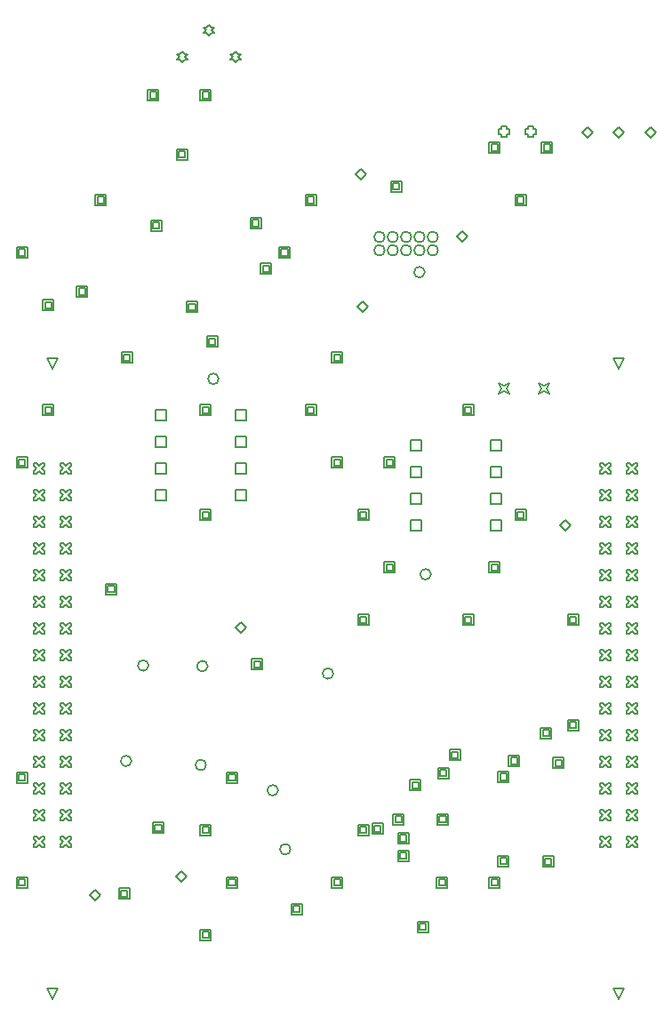
<source format=gbr>
G04 Layer_Color=2752767*
%FSLAX26Y26*%
%MOIN*%
%TF.FileFunction,Drawing*%
%TF.Part,Single*%
G01*
G75*
%TA.AperFunction,NonConductor*%
%ADD59C,0.005000*%
%ADD109C,0.006667*%
D59*
X-939000Y-663002D02*
Y-623002D01*
X-899000D01*
Y-663002D01*
X-939000D01*
Y-763002D02*
Y-723002D01*
X-899000D01*
Y-763002D01*
X-939000D01*
Y-863002D02*
Y-823002D01*
X-899000D01*
Y-863002D01*
X-939000D01*
Y-963002D02*
Y-923002D01*
X-899000D01*
Y-963002D01*
X-939000D01*
X-639000Y-663002D02*
Y-623002D01*
X-599000D01*
Y-663002D01*
X-639000D01*
Y-763002D02*
Y-723002D01*
X-599000D01*
Y-763002D01*
X-639000D01*
Y-863002D02*
Y-823002D01*
X-599000D01*
Y-863002D01*
X-639000D01*
Y-963002D02*
Y-923002D01*
X-599000D01*
Y-963002D01*
X-639000D01*
X798464Y-470316D02*
X778464Y-430316D01*
X818464D01*
X798464Y-470316D01*
X-1327520D02*
X-1347520Y-430316D01*
X-1307520D01*
X-1327520Y-470316D01*
X798464Y-2832522D02*
X778464Y-2792522D01*
X818464D01*
X798464Y-2832522D01*
X-1327520D02*
X-1347520Y-2792522D01*
X-1307520D01*
X-1327520Y-2832522D01*
X315716Y-1077592D02*
Y-1037592D01*
X355716D01*
Y-1077592D01*
X315716D01*
Y-977592D02*
Y-937592D01*
X355716D01*
Y-977592D01*
X315716D01*
Y-877592D02*
Y-837592D01*
X355716D01*
Y-877592D01*
X315716D01*
Y-777592D02*
Y-737592D01*
X355716D01*
Y-777592D01*
X315716D01*
X15716Y-1077592D02*
Y-1037592D01*
X55716D01*
Y-1077592D01*
X15716D01*
Y-977592D02*
Y-937592D01*
X55716D01*
Y-977592D01*
X15716D01*
Y-877592D02*
Y-837592D01*
X55716D01*
Y-877592D01*
X15716D01*
Y-777592D02*
Y-737592D01*
X55716D01*
Y-777592D01*
X15716D01*
X-741000Y778998D02*
X-731000Y788998D01*
X-721000D01*
X-731000Y798998D01*
X-721000Y808998D01*
X-731000D01*
X-741000Y818998D01*
X-751000Y808998D01*
X-761000D01*
X-751000Y798998D01*
X-761000Y788998D01*
X-751000D01*
X-741000Y778998D01*
X-641000Y678998D02*
X-631000Y688998D01*
X-621000D01*
X-631000Y698998D01*
X-621000Y708998D01*
X-631000D01*
X-641000Y718998D01*
X-651000Y708998D01*
X-661000D01*
X-651000Y698998D01*
X-661000Y688998D01*
X-651000D01*
X-641000Y678998D01*
X-841000D02*
X-831000Y688998D01*
X-821000D01*
X-831000Y698998D01*
X-821000Y708998D01*
X-831000D01*
X-841000Y718998D01*
X-851000Y708998D01*
X-861000D01*
X-851000Y698998D01*
X-861000Y688998D01*
X-851000D01*
X-841000Y678998D01*
X346536Y-563900D02*
X356536Y-543900D01*
X346536Y-523900D01*
X366536Y-533900D01*
X386536Y-523900D01*
X376536Y-543900D01*
X386536Y-563900D01*
X366536Y-553900D01*
X346536Y-563900D01*
X496142D02*
X506142Y-543900D01*
X496142Y-523900D01*
X516142Y-533900D01*
X536142Y-523900D01*
X526142Y-543900D01*
X536142Y-563900D01*
X516142Y-553900D01*
X496142Y-563900D01*
X357000Y409998D02*
Y399998D01*
X377000D01*
Y409998D01*
X387000D01*
Y429998D01*
X377000D01*
Y439998D01*
X357000D01*
Y429998D01*
X347000D01*
Y409998D01*
X357000D01*
X457000D02*
Y399998D01*
X477000D01*
Y409998D01*
X487000D01*
Y429998D01*
X477000D01*
Y439998D01*
X457000D01*
Y429998D01*
X447000D01*
Y409998D01*
X457000D01*
X-1297520Y-2264018D02*
X-1287520D01*
X-1277520Y-2254018D01*
X-1267520Y-2264018D01*
X-1257520D01*
Y-2254018D01*
X-1267520Y-2244018D01*
X-1257520Y-2234018D01*
Y-2224018D01*
X-1267520D01*
X-1277520Y-2234018D01*
X-1287520Y-2224018D01*
X-1297520D01*
Y-2234018D01*
X-1287520Y-2244018D01*
X-1297520Y-2254018D01*
Y-2264018D01*
Y-2164018D02*
X-1287520D01*
X-1277520Y-2154018D01*
X-1267520Y-2164018D01*
X-1257520D01*
Y-2154018D01*
X-1267520Y-2144018D01*
X-1257520Y-2134018D01*
Y-2124018D01*
X-1267520D01*
X-1277520Y-2134018D01*
X-1287520Y-2124018D01*
X-1297520D01*
Y-2134018D01*
X-1287520Y-2144018D01*
X-1297520Y-2154018D01*
Y-2164018D01*
Y-2064018D02*
X-1287520D01*
X-1277520Y-2054018D01*
X-1267520Y-2064018D01*
X-1257520D01*
Y-2054018D01*
X-1267520Y-2044018D01*
X-1257520Y-2034018D01*
Y-2024018D01*
X-1267520D01*
X-1277520Y-2034018D01*
X-1287520Y-2024018D01*
X-1297520D01*
Y-2034018D01*
X-1287520Y-2044018D01*
X-1297520Y-2054018D01*
Y-2064018D01*
Y-1964018D02*
X-1287520D01*
X-1277520Y-1954018D01*
X-1267520Y-1964018D01*
X-1257520D01*
Y-1954018D01*
X-1267520Y-1944018D01*
X-1257520Y-1934018D01*
Y-1924018D01*
X-1267520D01*
X-1277520Y-1934018D01*
X-1287520Y-1924018D01*
X-1297520D01*
Y-1934018D01*
X-1287520Y-1944018D01*
X-1297520Y-1954018D01*
Y-1964018D01*
Y-1864018D02*
X-1287520D01*
X-1277520Y-1854018D01*
X-1267520Y-1864018D01*
X-1257520D01*
Y-1854018D01*
X-1267520Y-1844018D01*
X-1257520Y-1834018D01*
Y-1824018D01*
X-1267520D01*
X-1277520Y-1834018D01*
X-1287520Y-1824018D01*
X-1297520D01*
Y-1834018D01*
X-1287520Y-1844018D01*
X-1297520Y-1854018D01*
Y-1864018D01*
Y-1764018D02*
X-1287520D01*
X-1277520Y-1754018D01*
X-1267520Y-1764018D01*
X-1257520D01*
Y-1754018D01*
X-1267520Y-1744018D01*
X-1257520Y-1734018D01*
Y-1724018D01*
X-1267520D01*
X-1277520Y-1734018D01*
X-1287520Y-1724018D01*
X-1297520D01*
Y-1734018D01*
X-1287520Y-1744018D01*
X-1297520Y-1754018D01*
Y-1764018D01*
Y-1664018D02*
X-1287520D01*
X-1277520Y-1654018D01*
X-1267520Y-1664018D01*
X-1257520D01*
Y-1654018D01*
X-1267520Y-1644018D01*
X-1257520Y-1634018D01*
Y-1624018D01*
X-1267520D01*
X-1277520Y-1634018D01*
X-1287520Y-1624018D01*
X-1297520D01*
Y-1634018D01*
X-1287520Y-1644018D01*
X-1297520Y-1654018D01*
Y-1664018D01*
Y-1564018D02*
X-1287520D01*
X-1277520Y-1554018D01*
X-1267520Y-1564018D01*
X-1257520D01*
Y-1554018D01*
X-1267520Y-1544018D01*
X-1257520Y-1534018D01*
Y-1524018D01*
X-1267520D01*
X-1277520Y-1534018D01*
X-1287520Y-1524018D01*
X-1297520D01*
Y-1534018D01*
X-1287520Y-1544018D01*
X-1297520Y-1554018D01*
Y-1564018D01*
Y-1464018D02*
X-1287520D01*
X-1277520Y-1454018D01*
X-1267520Y-1464018D01*
X-1257520D01*
Y-1454018D01*
X-1267520Y-1444018D01*
X-1257520Y-1434018D01*
Y-1424018D01*
X-1267520D01*
X-1277520Y-1434018D01*
X-1287520Y-1424018D01*
X-1297520D01*
Y-1434018D01*
X-1287520Y-1444018D01*
X-1297520Y-1454018D01*
Y-1464018D01*
Y-1364018D02*
X-1287520D01*
X-1277520Y-1354018D01*
X-1267520Y-1364018D01*
X-1257520D01*
Y-1354018D01*
X-1267520Y-1344018D01*
X-1257520Y-1334018D01*
Y-1324018D01*
X-1267520D01*
X-1277520Y-1334018D01*
X-1287520Y-1324018D01*
X-1297520D01*
Y-1334018D01*
X-1287520Y-1344018D01*
X-1297520Y-1354018D01*
Y-1364018D01*
Y-1264018D02*
X-1287520D01*
X-1277520Y-1254018D01*
X-1267520Y-1264018D01*
X-1257520D01*
Y-1254018D01*
X-1267520Y-1244018D01*
X-1257520Y-1234018D01*
Y-1224018D01*
X-1267520D01*
X-1277520Y-1234018D01*
X-1287520Y-1224018D01*
X-1297520D01*
Y-1234018D01*
X-1287520Y-1244018D01*
X-1297520Y-1254018D01*
Y-1264018D01*
Y-1164018D02*
X-1287520D01*
X-1277520Y-1154018D01*
X-1267520Y-1164018D01*
X-1257520D01*
Y-1154018D01*
X-1267520Y-1144018D01*
X-1257520Y-1134018D01*
Y-1124018D01*
X-1267520D01*
X-1277520Y-1134018D01*
X-1287520Y-1124018D01*
X-1297520D01*
Y-1134018D01*
X-1287520Y-1144018D01*
X-1297520Y-1154018D01*
Y-1164018D01*
Y-1064018D02*
X-1287520D01*
X-1277520Y-1054018D01*
X-1267520Y-1064018D01*
X-1257520D01*
Y-1054018D01*
X-1267520Y-1044018D01*
X-1257520Y-1034018D01*
Y-1024018D01*
X-1267520D01*
X-1277520Y-1034018D01*
X-1287520Y-1024018D01*
X-1297520D01*
Y-1034018D01*
X-1287520Y-1044018D01*
X-1297520Y-1054018D01*
Y-1064018D01*
Y-964018D02*
X-1287520D01*
X-1277520Y-954018D01*
X-1267520Y-964018D01*
X-1257520D01*
Y-954018D01*
X-1267520Y-944018D01*
X-1257520Y-934018D01*
Y-924018D01*
X-1267520D01*
X-1277520Y-934018D01*
X-1287520Y-924018D01*
X-1297520D01*
Y-934018D01*
X-1287520Y-944018D01*
X-1297520Y-954018D01*
Y-964018D01*
Y-864018D02*
X-1287520D01*
X-1277520Y-854018D01*
X-1267520Y-864018D01*
X-1257520D01*
Y-854018D01*
X-1267520Y-844018D01*
X-1257520Y-834018D01*
Y-824018D01*
X-1267520D01*
X-1277520Y-834018D01*
X-1287520Y-824018D01*
X-1297520D01*
Y-834018D01*
X-1287520Y-844018D01*
X-1297520Y-854018D01*
Y-864018D01*
X-1397520Y-2264018D02*
X-1387520D01*
X-1377520Y-2254018D01*
X-1367520Y-2264018D01*
X-1357520D01*
Y-2254018D01*
X-1367520Y-2244018D01*
X-1357520Y-2234018D01*
Y-2224018D01*
X-1367520D01*
X-1377520Y-2234018D01*
X-1387520Y-2224018D01*
X-1397520D01*
Y-2234018D01*
X-1387520Y-2244018D01*
X-1397520Y-2254018D01*
Y-2264018D01*
Y-2164018D02*
X-1387520D01*
X-1377520Y-2154018D01*
X-1367520Y-2164018D01*
X-1357520D01*
Y-2154018D01*
X-1367520Y-2144018D01*
X-1357520Y-2134018D01*
Y-2124018D01*
X-1367520D01*
X-1377520Y-2134018D01*
X-1387520Y-2124018D01*
X-1397520D01*
Y-2134018D01*
X-1387520Y-2144018D01*
X-1397520Y-2154018D01*
Y-2164018D01*
Y-2064018D02*
X-1387520D01*
X-1377520Y-2054018D01*
X-1367520Y-2064018D01*
X-1357520D01*
Y-2054018D01*
X-1367520Y-2044018D01*
X-1357520Y-2034018D01*
Y-2024018D01*
X-1367520D01*
X-1377520Y-2034018D01*
X-1387520Y-2024018D01*
X-1397520D01*
Y-2034018D01*
X-1387520Y-2044018D01*
X-1397520Y-2054018D01*
Y-2064018D01*
Y-1964018D02*
X-1387520D01*
X-1377520Y-1954018D01*
X-1367520Y-1964018D01*
X-1357520D01*
Y-1954018D01*
X-1367520Y-1944018D01*
X-1357520Y-1934018D01*
Y-1924018D01*
X-1367520D01*
X-1377520Y-1934018D01*
X-1387520Y-1924018D01*
X-1397520D01*
Y-1934018D01*
X-1387520Y-1944018D01*
X-1397520Y-1954018D01*
Y-1964018D01*
Y-1864018D02*
X-1387520D01*
X-1377520Y-1854018D01*
X-1367520Y-1864018D01*
X-1357520D01*
Y-1854018D01*
X-1367520Y-1844018D01*
X-1357520Y-1834018D01*
Y-1824018D01*
X-1367520D01*
X-1377520Y-1834018D01*
X-1387520Y-1824018D01*
X-1397520D01*
Y-1834018D01*
X-1387520Y-1844018D01*
X-1397520Y-1854018D01*
Y-1864018D01*
Y-1764018D02*
X-1387520D01*
X-1377520Y-1754018D01*
X-1367520Y-1764018D01*
X-1357520D01*
Y-1754018D01*
X-1367520Y-1744018D01*
X-1357520Y-1734018D01*
Y-1724018D01*
X-1367520D01*
X-1377520Y-1734018D01*
X-1387520Y-1724018D01*
X-1397520D01*
Y-1734018D01*
X-1387520Y-1744018D01*
X-1397520Y-1754018D01*
Y-1764018D01*
Y-1664018D02*
X-1387520D01*
X-1377520Y-1654018D01*
X-1367520Y-1664018D01*
X-1357520D01*
Y-1654018D01*
X-1367520Y-1644018D01*
X-1357520Y-1634018D01*
Y-1624018D01*
X-1367520D01*
X-1377520Y-1634018D01*
X-1387520Y-1624018D01*
X-1397520D01*
Y-1634018D01*
X-1387520Y-1644018D01*
X-1397520Y-1654018D01*
Y-1664018D01*
Y-1564018D02*
X-1387520D01*
X-1377520Y-1554018D01*
X-1367520Y-1564018D01*
X-1357520D01*
Y-1554018D01*
X-1367520Y-1544018D01*
X-1357520Y-1534018D01*
Y-1524018D01*
X-1367520D01*
X-1377520Y-1534018D01*
X-1387520Y-1524018D01*
X-1397520D01*
Y-1534018D01*
X-1387520Y-1544018D01*
X-1397520Y-1554018D01*
Y-1564018D01*
Y-1464018D02*
X-1387520D01*
X-1377520Y-1454018D01*
X-1367520Y-1464018D01*
X-1357520D01*
Y-1454018D01*
X-1367520Y-1444018D01*
X-1357520Y-1434018D01*
Y-1424018D01*
X-1367520D01*
X-1377520Y-1434018D01*
X-1387520Y-1424018D01*
X-1397520D01*
Y-1434018D01*
X-1387520Y-1444018D01*
X-1397520Y-1454018D01*
Y-1464018D01*
Y-1364018D02*
X-1387520D01*
X-1377520Y-1354018D01*
X-1367520Y-1364018D01*
X-1357520D01*
Y-1354018D01*
X-1367520Y-1344018D01*
X-1357520Y-1334018D01*
Y-1324018D01*
X-1367520D01*
X-1377520Y-1334018D01*
X-1387520Y-1324018D01*
X-1397520D01*
Y-1334018D01*
X-1387520Y-1344018D01*
X-1397520Y-1354018D01*
Y-1364018D01*
Y-1264018D02*
X-1387520D01*
X-1377520Y-1254018D01*
X-1367520Y-1264018D01*
X-1357520D01*
Y-1254018D01*
X-1367520Y-1244018D01*
X-1357520Y-1234018D01*
Y-1224018D01*
X-1367520D01*
X-1377520Y-1234018D01*
X-1387520Y-1224018D01*
X-1397520D01*
Y-1234018D01*
X-1387520Y-1244018D01*
X-1397520Y-1254018D01*
Y-1264018D01*
Y-1164018D02*
X-1387520D01*
X-1377520Y-1154018D01*
X-1367520Y-1164018D01*
X-1357520D01*
Y-1154018D01*
X-1367520Y-1144018D01*
X-1357520Y-1134018D01*
Y-1124018D01*
X-1367520D01*
X-1377520Y-1134018D01*
X-1387520Y-1124018D01*
X-1397520D01*
Y-1134018D01*
X-1387520Y-1144018D01*
X-1397520Y-1154018D01*
Y-1164018D01*
Y-1064018D02*
X-1387520D01*
X-1377520Y-1054018D01*
X-1367520Y-1064018D01*
X-1357520D01*
Y-1054018D01*
X-1367520Y-1044018D01*
X-1357520Y-1034018D01*
Y-1024018D01*
X-1367520D01*
X-1377520Y-1034018D01*
X-1387520Y-1024018D01*
X-1397520D01*
Y-1034018D01*
X-1387520Y-1044018D01*
X-1397520Y-1054018D01*
Y-1064018D01*
Y-964018D02*
X-1387520D01*
X-1377520Y-954018D01*
X-1367520Y-964018D01*
X-1357520D01*
Y-954018D01*
X-1367520Y-944018D01*
X-1357520Y-934018D01*
Y-924018D01*
X-1367520D01*
X-1377520Y-934018D01*
X-1387520Y-924018D01*
X-1397520D01*
Y-934018D01*
X-1387520Y-944018D01*
X-1397520Y-954018D01*
Y-964018D01*
Y-864018D02*
X-1387520D01*
X-1377520Y-854018D01*
X-1367520Y-864018D01*
X-1357520D01*
Y-854018D01*
X-1367520Y-844018D01*
X-1357520Y-834018D01*
Y-824018D01*
X-1367520D01*
X-1377520Y-834018D01*
X-1387520Y-824018D01*
X-1397520D01*
Y-834018D01*
X-1387520Y-844018D01*
X-1397520Y-854018D01*
Y-864018D01*
X728464D02*
X738464D01*
X748464Y-854018D01*
X758464Y-864018D01*
X768464D01*
Y-854018D01*
X758464Y-844018D01*
X768464Y-834018D01*
Y-824018D01*
X758464D01*
X748464Y-834018D01*
X738464Y-824018D01*
X728464D01*
Y-834018D01*
X738464Y-844018D01*
X728464Y-854018D01*
Y-864018D01*
Y-964018D02*
X738464D01*
X748464Y-954018D01*
X758464Y-964018D01*
X768464D01*
Y-954018D01*
X758464Y-944018D01*
X768464Y-934018D01*
Y-924018D01*
X758464D01*
X748464Y-934018D01*
X738464Y-924018D01*
X728464D01*
Y-934018D01*
X738464Y-944018D01*
X728464Y-954018D01*
Y-964018D01*
Y-1064018D02*
X738464D01*
X748464Y-1054018D01*
X758464Y-1064018D01*
X768464D01*
Y-1054018D01*
X758464Y-1044018D01*
X768464Y-1034018D01*
Y-1024018D01*
X758464D01*
X748464Y-1034018D01*
X738464Y-1024018D01*
X728464D01*
Y-1034018D01*
X738464Y-1044018D01*
X728464Y-1054018D01*
Y-1064018D01*
Y-1164018D02*
X738464D01*
X748464Y-1154018D01*
X758464Y-1164018D01*
X768464D01*
Y-1154018D01*
X758464Y-1144018D01*
X768464Y-1134018D01*
Y-1124018D01*
X758464D01*
X748464Y-1134018D01*
X738464Y-1124018D01*
X728464D01*
Y-1134018D01*
X738464Y-1144018D01*
X728464Y-1154018D01*
Y-1164018D01*
Y-1264018D02*
X738464D01*
X748464Y-1254018D01*
X758464Y-1264018D01*
X768464D01*
Y-1254018D01*
X758464Y-1244018D01*
X768464Y-1234018D01*
Y-1224018D01*
X758464D01*
X748464Y-1234018D01*
X738464Y-1224018D01*
X728464D01*
Y-1234018D01*
X738464Y-1244018D01*
X728464Y-1254018D01*
Y-1264018D01*
Y-1364018D02*
X738464D01*
X748464Y-1354018D01*
X758464Y-1364018D01*
X768464D01*
Y-1354018D01*
X758464Y-1344018D01*
X768464Y-1334018D01*
Y-1324018D01*
X758464D01*
X748464Y-1334018D01*
X738464Y-1324018D01*
X728464D01*
Y-1334018D01*
X738464Y-1344018D01*
X728464Y-1354018D01*
Y-1364018D01*
Y-1464018D02*
X738464D01*
X748464Y-1454018D01*
X758464Y-1464018D01*
X768464D01*
Y-1454018D01*
X758464Y-1444018D01*
X768464Y-1434018D01*
Y-1424018D01*
X758464D01*
X748464Y-1434018D01*
X738464Y-1424018D01*
X728464D01*
Y-1434018D01*
X738464Y-1444018D01*
X728464Y-1454018D01*
Y-1464018D01*
Y-1564018D02*
X738464D01*
X748464Y-1554018D01*
X758464Y-1564018D01*
X768464D01*
Y-1554018D01*
X758464Y-1544018D01*
X768464Y-1534018D01*
Y-1524018D01*
X758464D01*
X748464Y-1534018D01*
X738464Y-1524018D01*
X728464D01*
Y-1534018D01*
X738464Y-1544018D01*
X728464Y-1554018D01*
Y-1564018D01*
Y-1664018D02*
X738464D01*
X748464Y-1654018D01*
X758464Y-1664018D01*
X768464D01*
Y-1654018D01*
X758464Y-1644018D01*
X768464Y-1634018D01*
Y-1624018D01*
X758464D01*
X748464Y-1634018D01*
X738464Y-1624018D01*
X728464D01*
Y-1634018D01*
X738464Y-1644018D01*
X728464Y-1654018D01*
Y-1664018D01*
Y-1764018D02*
X738464D01*
X748464Y-1754018D01*
X758464Y-1764018D01*
X768464D01*
Y-1754018D01*
X758464Y-1744018D01*
X768464Y-1734018D01*
Y-1724018D01*
X758464D01*
X748464Y-1734018D01*
X738464Y-1724018D01*
X728464D01*
Y-1734018D01*
X738464Y-1744018D01*
X728464Y-1754018D01*
Y-1764018D01*
Y-1864018D02*
X738464D01*
X748464Y-1854018D01*
X758464Y-1864018D01*
X768464D01*
Y-1854018D01*
X758464Y-1844018D01*
X768464Y-1834018D01*
Y-1824018D01*
X758464D01*
X748464Y-1834018D01*
X738464Y-1824018D01*
X728464D01*
Y-1834018D01*
X738464Y-1844018D01*
X728464Y-1854018D01*
Y-1864018D01*
Y-1964018D02*
X738464D01*
X748464Y-1954018D01*
X758464Y-1964018D01*
X768464D01*
Y-1954018D01*
X758464Y-1944018D01*
X768464Y-1934018D01*
Y-1924018D01*
X758464D01*
X748464Y-1934018D01*
X738464Y-1924018D01*
X728464D01*
Y-1934018D01*
X738464Y-1944018D01*
X728464Y-1954018D01*
Y-1964018D01*
Y-2064018D02*
X738464D01*
X748464Y-2054018D01*
X758464Y-2064018D01*
X768464D01*
Y-2054018D01*
X758464Y-2044018D01*
X768464Y-2034018D01*
Y-2024018D01*
X758464D01*
X748464Y-2034018D01*
X738464Y-2024018D01*
X728464D01*
Y-2034018D01*
X738464Y-2044018D01*
X728464Y-2054018D01*
Y-2064018D01*
Y-2164018D02*
X738464D01*
X748464Y-2154018D01*
X758464Y-2164018D01*
X768464D01*
Y-2154018D01*
X758464Y-2144018D01*
X768464Y-2134018D01*
Y-2124018D01*
X758464D01*
X748464Y-2134018D01*
X738464Y-2124018D01*
X728464D01*
Y-2134018D01*
X738464Y-2144018D01*
X728464Y-2154018D01*
Y-2164018D01*
Y-2264018D02*
X738464D01*
X748464Y-2254018D01*
X758464Y-2264018D01*
X768464D01*
Y-2254018D01*
X758464Y-2244018D01*
X768464Y-2234018D01*
Y-2224018D01*
X758464D01*
X748464Y-2234018D01*
X738464Y-2224018D01*
X728464D01*
Y-2234018D01*
X738464Y-2244018D01*
X728464Y-2254018D01*
Y-2264018D01*
X828464Y-864018D02*
X838464D01*
X848464Y-854018D01*
X858464Y-864018D01*
X868464D01*
Y-854018D01*
X858464Y-844018D01*
X868464Y-834018D01*
Y-824018D01*
X858464D01*
X848464Y-834018D01*
X838464Y-824018D01*
X828464D01*
Y-834018D01*
X838464Y-844018D01*
X828464Y-854018D01*
Y-864018D01*
Y-964018D02*
X838464D01*
X848464Y-954018D01*
X858464Y-964018D01*
X868464D01*
Y-954018D01*
X858464Y-944018D01*
X868464Y-934018D01*
Y-924018D01*
X858464D01*
X848464Y-934018D01*
X838464Y-924018D01*
X828464D01*
Y-934018D01*
X838464Y-944018D01*
X828464Y-954018D01*
Y-964018D01*
Y-1064018D02*
X838464D01*
X848464Y-1054018D01*
X858464Y-1064018D01*
X868464D01*
Y-1054018D01*
X858464Y-1044018D01*
X868464Y-1034018D01*
Y-1024018D01*
X858464D01*
X848464Y-1034018D01*
X838464Y-1024018D01*
X828464D01*
Y-1034018D01*
X838464Y-1044018D01*
X828464Y-1054018D01*
Y-1064018D01*
Y-1164018D02*
X838464D01*
X848464Y-1154018D01*
X858464Y-1164018D01*
X868464D01*
Y-1154018D01*
X858464Y-1144018D01*
X868464Y-1134018D01*
Y-1124018D01*
X858464D01*
X848464Y-1134018D01*
X838464Y-1124018D01*
X828464D01*
Y-1134018D01*
X838464Y-1144018D01*
X828464Y-1154018D01*
Y-1164018D01*
Y-1264018D02*
X838464D01*
X848464Y-1254018D01*
X858464Y-1264018D01*
X868464D01*
Y-1254018D01*
X858464Y-1244018D01*
X868464Y-1234018D01*
Y-1224018D01*
X858464D01*
X848464Y-1234018D01*
X838464Y-1224018D01*
X828464D01*
Y-1234018D01*
X838464Y-1244018D01*
X828464Y-1254018D01*
Y-1264018D01*
Y-1364018D02*
X838464D01*
X848464Y-1354018D01*
X858464Y-1364018D01*
X868464D01*
Y-1354018D01*
X858464Y-1344018D01*
X868464Y-1334018D01*
Y-1324018D01*
X858464D01*
X848464Y-1334018D01*
X838464Y-1324018D01*
X828464D01*
Y-1334018D01*
X838464Y-1344018D01*
X828464Y-1354018D01*
Y-1364018D01*
Y-1464018D02*
X838464D01*
X848464Y-1454018D01*
X858464Y-1464018D01*
X868464D01*
Y-1454018D01*
X858464Y-1444018D01*
X868464Y-1434018D01*
Y-1424018D01*
X858464D01*
X848464Y-1434018D01*
X838464Y-1424018D01*
X828464D01*
Y-1434018D01*
X838464Y-1444018D01*
X828464Y-1454018D01*
Y-1464018D01*
Y-1564018D02*
X838464D01*
X848464Y-1554018D01*
X858464Y-1564018D01*
X868464D01*
Y-1554018D01*
X858464Y-1544018D01*
X868464Y-1534018D01*
Y-1524018D01*
X858464D01*
X848464Y-1534018D01*
X838464Y-1524018D01*
X828464D01*
Y-1534018D01*
X838464Y-1544018D01*
X828464Y-1554018D01*
Y-1564018D01*
Y-1664018D02*
X838464D01*
X848464Y-1654018D01*
X858464Y-1664018D01*
X868464D01*
Y-1654018D01*
X858464Y-1644018D01*
X868464Y-1634018D01*
Y-1624018D01*
X858464D01*
X848464Y-1634018D01*
X838464Y-1624018D01*
X828464D01*
Y-1634018D01*
X838464Y-1644018D01*
X828464Y-1654018D01*
Y-1664018D01*
Y-1764018D02*
X838464D01*
X848464Y-1754018D01*
X858464Y-1764018D01*
X868464D01*
Y-1754018D01*
X858464Y-1744018D01*
X868464Y-1734018D01*
Y-1724018D01*
X858464D01*
X848464Y-1734018D01*
X838464Y-1724018D01*
X828464D01*
Y-1734018D01*
X838464Y-1744018D01*
X828464Y-1754018D01*
Y-1764018D01*
Y-1864018D02*
X838464D01*
X848464Y-1854018D01*
X858464Y-1864018D01*
X868464D01*
Y-1854018D01*
X858464Y-1844018D01*
X868464Y-1834018D01*
Y-1824018D01*
X858464D01*
X848464Y-1834018D01*
X838464Y-1824018D01*
X828464D01*
Y-1834018D01*
X838464Y-1844018D01*
X828464Y-1854018D01*
Y-1864018D01*
Y-1964018D02*
X838464D01*
X848464Y-1954018D01*
X858464Y-1964018D01*
X868464D01*
Y-1954018D01*
X858464Y-1944018D01*
X868464Y-1934018D01*
Y-1924018D01*
X858464D01*
X848464Y-1934018D01*
X838464Y-1924018D01*
X828464D01*
Y-1934018D01*
X838464Y-1944018D01*
X828464Y-1954018D01*
Y-1964018D01*
Y-2064018D02*
X838464D01*
X848464Y-2054018D01*
X858464Y-2064018D01*
X868464D01*
Y-2054018D01*
X858464Y-2044018D01*
X868464Y-2034018D01*
Y-2024018D01*
X858464D01*
X848464Y-2034018D01*
X838464Y-2024018D01*
X828464D01*
Y-2034018D01*
X838464Y-2044018D01*
X828464Y-2054018D01*
Y-2064018D01*
Y-2164018D02*
X838464D01*
X848464Y-2154018D01*
X858464Y-2164018D01*
X868464D01*
Y-2154018D01*
X858464Y-2144018D01*
X868464Y-2134018D01*
Y-2124018D01*
X858464D01*
X848464Y-2134018D01*
X838464Y-2124018D01*
X828464D01*
Y-2134018D01*
X838464Y-2144018D01*
X828464Y-2154018D01*
Y-2164018D01*
Y-2264018D02*
X838464D01*
X848464Y-2254018D01*
X858464Y-2264018D01*
X868464D01*
Y-2254018D01*
X858464Y-2244018D01*
X868464Y-2234018D01*
Y-2224018D01*
X858464D01*
X848464Y-2234018D01*
X838464Y-2224018D01*
X828464D01*
Y-2234018D01*
X838464Y-2244018D01*
X828464Y-2254018D01*
Y-2264018D01*
X-182000Y-235002D02*
X-162000Y-215002D01*
X-142000Y-235002D01*
X-162000Y-255002D01*
X-182000Y-235002D01*
X-638999Y-1440999D02*
X-618999Y-1420999D01*
X-598999Y-1440999D01*
X-618999Y-1460999D01*
X-638999Y-1440999D01*
X189000Y26998D02*
X209000Y46998D01*
X229000Y26998D01*
X209000Y6998D01*
X189000Y26998D01*
X-861536Y-2372522D02*
X-841536Y-2352522D01*
X-821536Y-2372522D01*
X-841536Y-2392522D01*
X-861536Y-2372522D01*
X896574Y415824D02*
X916574Y435824D01*
X936574Y415824D01*
X916574Y395824D01*
X896574Y415824D01*
X778464D02*
X798464Y435824D01*
X818464Y415824D01*
X798464Y395824D01*
X778464Y415824D01*
X660354D02*
X680354Y435824D01*
X700354Y415824D01*
X680354Y395824D01*
X660354Y415824D01*
X-1186536Y-2442522D02*
X-1166536Y-2422522D01*
X-1146536Y-2442522D01*
X-1166536Y-2462522D01*
X-1186536Y-2442522D01*
X-190000Y260998D02*
X-170000Y280998D01*
X-150000Y260998D01*
X-170000Y240998D01*
X-190000Y260998D01*
X578464Y-1057522D02*
X598464Y-1037522D01*
X618464Y-1057522D01*
X598464Y-1077522D01*
X578464Y-1057522D01*
X120000Y-2005000D02*
Y-1965000D01*
X160000D01*
Y-2005000D01*
X120000D01*
X128000Y-1997000D02*
Y-1973000D01*
X152000D01*
Y-1997000D01*
X128000D01*
X-30000Y-2315000D02*
Y-2275000D01*
X10000D01*
Y-2315000D01*
X-30000D01*
X-22000Y-2307000D02*
Y-2283000D01*
X2000D01*
Y-2307000D01*
X-22000D01*
X345000Y-2335000D02*
Y-2295000D01*
X385000D01*
Y-2335000D01*
X345000D01*
X353000Y-2327000D02*
Y-2303000D01*
X377000D01*
Y-2327000D01*
X353000D01*
X508228Y340354D02*
Y380354D01*
X548228D01*
Y340354D01*
X508228D01*
X516228Y348354D02*
Y372354D01*
X540228D01*
Y348354D01*
X516228D01*
X606654Y-1431299D02*
Y-1391299D01*
X646654D01*
Y-1431299D01*
X606654D01*
X614654Y-1423299D02*
Y-1399299D01*
X638654D01*
Y-1423299D01*
X614654D01*
X606654Y-1825000D02*
Y-1785000D01*
X646654D01*
Y-1825000D01*
X606654D01*
X614654Y-1817000D02*
Y-1793000D01*
X638654D01*
Y-1817000D01*
X614654D01*
X311378Y340354D02*
Y380354D01*
X351378D01*
Y340354D01*
X311378D01*
X319378Y348354D02*
Y372354D01*
X343378D01*
Y348354D01*
X319378D01*
X409803Y143504D02*
Y183504D01*
X449803D01*
Y143504D01*
X409803D01*
X417803Y151504D02*
Y175504D01*
X441803D01*
Y151504D01*
X417803D01*
X409803Y-1037598D02*
Y-997598D01*
X449803D01*
Y-1037598D01*
X409803D01*
X417803Y-1029598D02*
Y-1005598D01*
X441803D01*
Y-1029598D01*
X417803D01*
X311378Y-1234449D02*
Y-1194449D01*
X351378D01*
Y-1234449D01*
X311378D01*
X319378Y-1226449D02*
Y-1202449D01*
X343378D01*
Y-1226449D01*
X319378D01*
X311378Y-2415551D02*
Y-2375551D01*
X351378D01*
Y-2415551D01*
X311378D01*
X319378Y-2407551D02*
Y-2383551D01*
X343378D01*
Y-2407551D01*
X319378D01*
X212953Y-643898D02*
Y-603898D01*
X252953D01*
Y-643898D01*
X212953D01*
X220953Y-635898D02*
Y-611898D01*
X244953D01*
Y-635898D01*
X220953D01*
X212953Y-1431299D02*
Y-1391299D01*
X252953D01*
Y-1431299D01*
X212953D01*
X220953Y-1423299D02*
Y-1399299D01*
X244953D01*
Y-1423299D01*
X220953D01*
X114528Y-2415551D02*
Y-2375551D01*
X154528D01*
Y-2415551D01*
X114528D01*
X122528Y-2407551D02*
Y-2383551D01*
X146528D01*
Y-2407551D01*
X122528D01*
X-82323Y-840748D02*
Y-800748D01*
X-42323D01*
Y-840748D01*
X-82323D01*
X-74323Y-832748D02*
Y-808748D01*
X-50323D01*
Y-832748D01*
X-74323D01*
X-82323Y-1234449D02*
Y-1194449D01*
X-42323D01*
Y-1234449D01*
X-82323D01*
X-74323Y-1226449D02*
Y-1202449D01*
X-50323D01*
Y-1226449D01*
X-74323D01*
X-279173Y-447047D02*
Y-407047D01*
X-239173D01*
Y-447047D01*
X-279173D01*
X-271173Y-439047D02*
Y-415047D01*
X-247173D01*
Y-439047D01*
X-271173D01*
X-279173Y-840748D02*
Y-800748D01*
X-239173D01*
Y-840748D01*
X-279173D01*
X-271173Y-832748D02*
Y-808748D01*
X-247173D01*
Y-832748D01*
X-271173D01*
X-180748Y-1037598D02*
Y-997598D01*
X-140748D01*
Y-1037598D01*
X-180748D01*
X-172748Y-1029598D02*
Y-1005598D01*
X-148748D01*
Y-1029598D01*
X-172748D01*
X-180748Y-1431299D02*
Y-1391299D01*
X-140748D01*
Y-1431299D01*
X-180748D01*
X-172748Y-1423299D02*
Y-1399299D01*
X-148748D01*
Y-1423299D01*
X-172748D01*
X-180748Y-2218701D02*
Y-2178701D01*
X-140748D01*
Y-2218701D01*
X-180748D01*
X-172748Y-2210701D02*
Y-2186701D01*
X-148748D01*
Y-2210701D01*
X-172748D01*
X-279173Y-2415551D02*
Y-2375551D01*
X-239173D01*
Y-2415551D01*
X-279173D01*
X-271173Y-2407551D02*
Y-2383551D01*
X-247173D01*
Y-2407551D01*
X-271173D01*
X-377598Y143504D02*
Y183504D01*
X-337598D01*
Y143504D01*
X-377598D01*
X-369598Y151504D02*
Y175504D01*
X-345598D01*
Y151504D01*
X-369598D01*
X-476024Y-53346D02*
Y-13346D01*
X-436024D01*
Y-53346D01*
X-476024D01*
X-468024Y-45346D02*
Y-21346D01*
X-444024D01*
Y-45346D01*
X-468024D01*
X-377598Y-643898D02*
Y-603898D01*
X-337598D01*
Y-643898D01*
X-377598D01*
X-369598Y-635898D02*
Y-611898D01*
X-345598D01*
Y-635898D01*
X-369598D01*
X-672874Y-2021850D02*
Y-1981850D01*
X-632874D01*
Y-2021850D01*
X-672874D01*
X-664874Y-2013850D02*
Y-1989850D01*
X-640874D01*
Y-2013850D01*
X-664874D01*
X-672874Y-2415551D02*
Y-2375551D01*
X-632874D01*
Y-2415551D01*
X-672874D01*
X-664874Y-2407551D02*
Y-2383551D01*
X-640874D01*
Y-2407551D01*
X-664874D01*
X-771299Y537205D02*
Y577205D01*
X-731299D01*
Y537205D01*
X-771299D01*
X-763299Y545205D02*
Y569205D01*
X-739299D01*
Y545205D01*
X-763299D01*
X-771299Y-643898D02*
Y-603898D01*
X-731299D01*
Y-643898D01*
X-771299D01*
X-763299Y-635898D02*
Y-611898D01*
X-739299D01*
Y-635898D01*
X-763299D01*
X-771299Y-1037598D02*
Y-997598D01*
X-731299D01*
Y-1037598D01*
X-771299D01*
X-763299Y-1029598D02*
Y-1005598D01*
X-739299D01*
Y-1029598D01*
X-763299D01*
X-771299Y-2218701D02*
Y-2178701D01*
X-731299D01*
Y-2218701D01*
X-771299D01*
X-763299Y-2210701D02*
Y-2186701D01*
X-739299D01*
Y-2210701D01*
X-763299D01*
X-771299Y-2612402D02*
Y-2572402D01*
X-731299D01*
Y-2612402D01*
X-771299D01*
X-763299Y-2604402D02*
Y-2580402D01*
X-739299D01*
Y-2604402D01*
X-763299D01*
X-968150Y537205D02*
Y577205D01*
X-928150D01*
Y537205D01*
X-968150D01*
X-960150Y545205D02*
Y569205D01*
X-936150D01*
Y545205D01*
X-960150D01*
X-1066575Y-447047D02*
Y-407047D01*
X-1026575D01*
Y-447047D01*
X-1066575D01*
X-1058575Y-439047D02*
Y-415047D01*
X-1034575D01*
Y-439047D01*
X-1058575D01*
X-1165000Y143504D02*
Y183504D01*
X-1125000D01*
Y143504D01*
X-1165000D01*
X-1157000Y151504D02*
Y175504D01*
X-1133000D01*
Y151504D01*
X-1157000D01*
X-1460276Y-53346D02*
Y-13346D01*
X-1420276D01*
Y-53346D01*
X-1460276D01*
X-1452276Y-45346D02*
Y-21346D01*
X-1428276D01*
Y-45346D01*
X-1452276D01*
X-1361850Y-250197D02*
Y-210197D01*
X-1321850D01*
Y-250197D01*
X-1361850D01*
X-1353850Y-242197D02*
Y-218197D01*
X-1329850D01*
Y-242197D01*
X-1353850D01*
X-1361850Y-643898D02*
Y-603898D01*
X-1321850D01*
Y-643898D01*
X-1361850D01*
X-1353850Y-635898D02*
Y-611898D01*
X-1329850D01*
Y-635898D01*
X-1353850D01*
X-1460276Y-840748D02*
Y-800748D01*
X-1420276D01*
Y-840748D01*
X-1460276D01*
X-1452276Y-832748D02*
Y-808748D01*
X-1428276D01*
Y-832748D01*
X-1452276D01*
X-1460276Y-2021850D02*
Y-1981850D01*
X-1420276D01*
Y-2021850D01*
X-1460276D01*
X-1452276Y-2013850D02*
Y-1989850D01*
X-1428276D01*
Y-2013850D01*
X-1452276D01*
X-1460276Y-2415551D02*
Y-2375551D01*
X-1420276D01*
Y-2415551D01*
X-1460276D01*
X-1452276Y-2407551D02*
Y-2383551D01*
X-1428276D01*
Y-2407551D01*
X-1452276D01*
X-430000Y-2515000D02*
Y-2475000D01*
X-390000D01*
Y-2515000D01*
X-430000D01*
X-422000Y-2507000D02*
Y-2483000D01*
X-398000D01*
Y-2507000D01*
X-422000D01*
X505000Y-1855000D02*
Y-1815000D01*
X545000D01*
Y-1855000D01*
X505000D01*
X513000Y-1847000D02*
Y-1823000D01*
X537000D01*
Y-1847000D01*
X513000D01*
X-30000Y-2250000D02*
Y-2210000D01*
X10000D01*
Y-2250000D01*
X-30000D01*
X-22000Y-2242000D02*
Y-2218000D01*
X2000D01*
Y-2242000D01*
X-22000D01*
X385000Y-1960000D02*
Y-1920000D01*
X425000D01*
Y-1960000D01*
X385000D01*
X393000Y-1952000D02*
Y-1928000D01*
X417000D01*
Y-1952000D01*
X393000D01*
X345000Y-2020000D02*
Y-1980000D01*
X385000D01*
Y-2020000D01*
X345000D01*
X353000Y-2012000D02*
Y-1988000D01*
X377000D01*
Y-2012000D01*
X353000D01*
X-949518Y-2211042D02*
Y-2171042D01*
X-909518D01*
Y-2211042D01*
X-949518D01*
X-941518Y-2203042D02*
Y-2179042D01*
X-917518D01*
Y-2203042D01*
X-941518D01*
X-57494Y194998D02*
Y234998D01*
X-17494D01*
Y194998D01*
X-57494D01*
X-49494Y202998D02*
Y226998D01*
X-25494D01*
Y202998D01*
X-49494D01*
X-823000Y-258002D02*
Y-218002D01*
X-783000D01*
Y-258002D01*
X-823000D01*
X-815000Y-250002D02*
Y-226002D01*
X-791000D01*
Y-250002D01*
X-815000D01*
X-860000Y314998D02*
Y354998D01*
X-820000D01*
Y314998D01*
X-860000D01*
X-852000Y322998D02*
Y346998D01*
X-828000D01*
Y322998D01*
X-852000D01*
X-1235000Y-200002D02*
Y-160002D01*
X-1195000D01*
Y-200002D01*
X-1235000D01*
X-1227000Y-192002D02*
Y-168002D01*
X-1203000D01*
Y-192002D01*
X-1227000D01*
X551694Y-1967206D02*
Y-1927206D01*
X591694D01*
Y-1967206D01*
X551694D01*
X559694Y-1959206D02*
Y-1935206D01*
X583694D01*
Y-1959206D01*
X559694D01*
X14836Y-2051206D02*
Y-2011206D01*
X54836D01*
Y-2051206D01*
X14836D01*
X22836Y-2043206D02*
Y-2019206D01*
X46836D01*
Y-2043206D01*
X22836D01*
X-578416Y-1597316D02*
Y-1557316D01*
X-538416D01*
Y-1597316D01*
X-578416D01*
X-570416Y-1589316D02*
Y-1565316D01*
X-546416D01*
Y-1589316D01*
X-570416D01*
X-545110Y-113892D02*
Y-73892D01*
X-505110D01*
Y-113892D01*
X-545110D01*
X-537110Y-105892D02*
Y-81892D01*
X-513110D01*
Y-105892D01*
X-537110D01*
X-1126416Y-1315316D02*
Y-1275316D01*
X-1086416D01*
Y-1315316D01*
X-1126416D01*
X-1118416Y-1307316D02*
Y-1283316D01*
X-1094416D01*
Y-1307316D01*
X-1118416D01*
X-956536Y47478D02*
Y87478D01*
X-916536D01*
Y47478D01*
X-956536D01*
X-948536Y55478D02*
Y79478D01*
X-924536D01*
Y55478D01*
X-948536D01*
X-746536Y-387522D02*
Y-347522D01*
X-706536D01*
Y-387522D01*
X-746536D01*
X-738536Y-379522D02*
Y-355522D01*
X-714536D01*
Y-379522D01*
X-738536D01*
X-1076536Y-2457522D02*
Y-2417522D01*
X-1036536D01*
Y-2457522D01*
X-1076536D01*
X-1068536Y-2449522D02*
Y-2425522D01*
X-1044536D01*
Y-2449522D01*
X-1068536D01*
X163464Y-1937522D02*
Y-1897522D01*
X203464D01*
Y-1937522D01*
X163464D01*
X171464Y-1929522D02*
Y-1905522D01*
X195464D01*
Y-1929522D01*
X171464D01*
X513464Y-2337522D02*
Y-2297522D01*
X553464D01*
Y-2337522D01*
X513464D01*
X521464Y-2329522D02*
Y-2305522D01*
X545464D01*
Y-2329522D01*
X521464D01*
X43464Y-2582522D02*
Y-2542522D01*
X83464D01*
Y-2582522D01*
X43464D01*
X51464Y-2574522D02*
Y-2550522D01*
X75464D01*
Y-2574522D01*
X51464D01*
X-48308Y-2178978D02*
Y-2138978D01*
X-8308D01*
Y-2178978D01*
X-48308D01*
X-40308Y-2170978D02*
Y-2146978D01*
X-16308D01*
Y-2170978D01*
X-40308D01*
X-127048Y-2214412D02*
Y-2174412D01*
X-87048D01*
Y-2214412D01*
X-127048D01*
X-119048Y-2206412D02*
Y-2182412D01*
X-95048D01*
Y-2206412D01*
X-119048D01*
X117046Y-2178978D02*
Y-2138978D01*
X157046D01*
Y-2178978D01*
X117046D01*
X125046Y-2170978D02*
Y-2146978D01*
X149046D01*
Y-2170978D01*
X125046D01*
X-584000Y57000D02*
Y97000D01*
X-544000D01*
Y57000D01*
X-584000D01*
X-576000Y65000D02*
Y89000D01*
X-552000D01*
Y65000D01*
X-576000D01*
D109*
X-80000Y-25000D02*
G03*
X-80000Y-25000I-20000J0D01*
G01*
Y25000D02*
G03*
X-80000Y25000I-20000J0D01*
G01*
X-30000Y-25000D02*
G03*
X-30000Y-25000I-20000J0D01*
G01*
Y25000D02*
G03*
X-30000Y25000I-20000J0D01*
G01*
X20000Y-25000D02*
G03*
X20000Y-25000I-20000J0D01*
G01*
Y25000D02*
G03*
X20000Y25000I-20000J0D01*
G01*
X70000Y-25000D02*
G03*
X70000Y-25000I-20000J0D01*
G01*
Y25000D02*
G03*
X70000Y25000I-20000J0D01*
G01*
X120000Y-25000D02*
G03*
X120000Y-25000I-20000J0D01*
G01*
Y25000D02*
G03*
X120000Y25000I-20000J0D01*
G01*
X-966000Y-1582000D02*
G03*
X-966000Y-1582000I-20000J0D01*
G01*
X-1030000Y-1940000D02*
G03*
X-1030000Y-1940000I-20000J0D01*
G01*
X-480110Y-2050112D02*
G03*
X-480110Y-2050112I-20000J0D01*
G01*
X-750000Y-1955000D02*
G03*
X-750000Y-1955000I-20000J0D01*
G01*
X-433308Y-2271112D02*
G03*
X-433308Y-2271112I-20000J0D01*
G01*
X-273306Y-1612206D02*
G03*
X-273306Y-1612206I-20000J0D01*
G01*
X-703000Y-507002D02*
G03*
X-703000Y-507002I-20000J0D01*
G01*
X-744110Y-1584410D02*
G03*
X-744110Y-1584410I-20000J0D01*
G01*
X70000Y-107040D02*
G03*
X70000Y-107040I-20000J0D01*
G01*
X93000Y-1240000D02*
G03*
X93000Y-1240000I-20000J0D01*
G01*
%TF.MD5,8ffe10832705d786c7aacfcb015d328a*%
M02*

</source>
